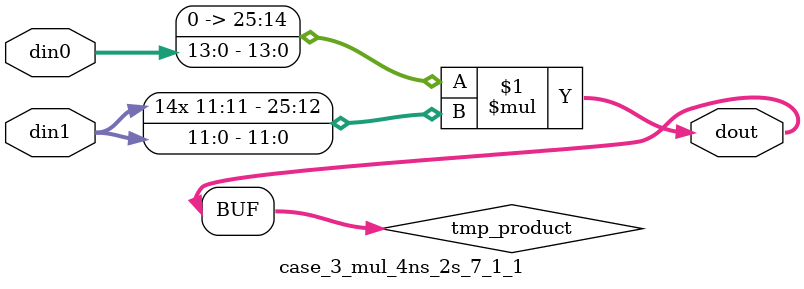
<source format=v>

`timescale 1 ns / 1 ps

 (* use_dsp = "no" *)  module case_3_mul_4ns_2s_7_1_1(din0, din1, dout);
parameter ID = 1;
parameter NUM_STAGE = 0;
parameter din0_WIDTH = 14;
parameter din1_WIDTH = 12;
parameter dout_WIDTH = 26;

input [din0_WIDTH - 1 : 0] din0; 
input [din1_WIDTH - 1 : 0] din1; 
output [dout_WIDTH - 1 : 0] dout;

wire signed [dout_WIDTH - 1 : 0] tmp_product;

























assign tmp_product = $signed({1'b0, din0}) * $signed(din1);










assign dout = tmp_product;





















endmodule

</source>
